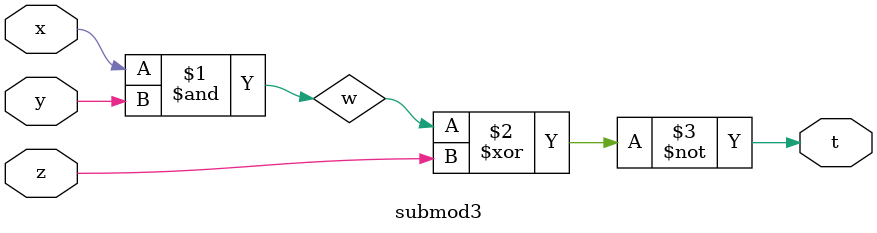
<source format=v>
module submod3(output t, input x, input y, input z);

    wire w;
    and g1(w,x,y);
    xnor g2(t,w,z);

endmodule
</source>
